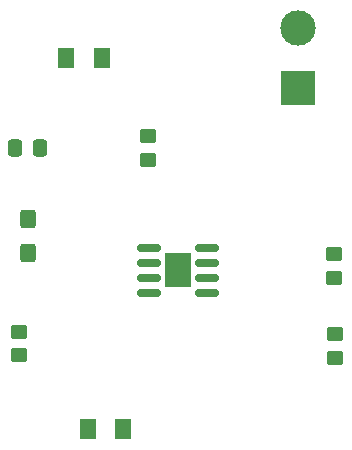
<source format=gbr>
%TF.GenerationSoftware,KiCad,Pcbnew,(6.0.10)*%
%TF.CreationDate,2023-02-16T14:40:30-08:00*%
%TF.ProjectId,Lab 4 555 timer,4c616220-3420-4353-9535-2074696d6572,rev?*%
%TF.SameCoordinates,Original*%
%TF.FileFunction,Soldermask,Top*%
%TF.FilePolarity,Negative*%
%FSLAX46Y46*%
G04 Gerber Fmt 4.6, Leading zero omitted, Abs format (unit mm)*
G04 Created by KiCad (PCBNEW (6.0.10)) date 2023-02-16 14:40:30*
%MOMM*%
%LPD*%
G01*
G04 APERTURE LIST*
G04 Aperture macros list*
%AMRoundRect*
0 Rectangle with rounded corners*
0 $1 Rounding radius*
0 $2 $3 $4 $5 $6 $7 $8 $9 X,Y pos of 4 corners*
0 Add a 4 corners polygon primitive as box body*
4,1,4,$2,$3,$4,$5,$6,$7,$8,$9,$2,$3,0*
0 Add four circle primitives for the rounded corners*
1,1,$1+$1,$2,$3*
1,1,$1+$1,$4,$5*
1,1,$1+$1,$6,$7*
1,1,$1+$1,$8,$9*
0 Add four rect primitives between the rounded corners*
20,1,$1+$1,$2,$3,$4,$5,0*
20,1,$1+$1,$4,$5,$6,$7,0*
20,1,$1+$1,$6,$7,$8,$9,0*
20,1,$1+$1,$8,$9,$2,$3,0*%
G04 Aperture macros list end*
%ADD10RoundRect,0.250001X-0.462499X-0.624999X0.462499X-0.624999X0.462499X0.624999X-0.462499X0.624999X0*%
%ADD11RoundRect,0.250000X-0.450000X0.350000X-0.450000X-0.350000X0.450000X-0.350000X0.450000X0.350000X0*%
%ADD12RoundRect,0.250000X0.450000X-0.350000X0.450000X0.350000X-0.450000X0.350000X-0.450000X-0.350000X0*%
%ADD13RoundRect,0.150000X-0.825000X-0.150000X0.825000X-0.150000X0.825000X0.150000X-0.825000X0.150000X0*%
%ADD14R,2.290000X3.000000*%
%ADD15RoundRect,0.250000X0.425000X-0.537500X0.425000X0.537500X-0.425000X0.537500X-0.425000X-0.537500X0*%
%ADD16R,3.000000X3.000000*%
%ADD17C,3.000000*%
%ADD18RoundRect,0.250000X0.337500X0.475000X-0.337500X0.475000X-0.337500X-0.475000X0.337500X-0.475000X0*%
G04 APERTURE END LIST*
D10*
%TO.C,D2*%
X135372500Y-63500000D03*
X138347500Y-63500000D03*
%TD*%
D11*
%TO.C,R1*%
X158040000Y-80130000D03*
X158040000Y-82130000D03*
%TD*%
D12*
%TO.C,R3*%
X131350000Y-88672936D03*
X131350000Y-86672936D03*
%TD*%
D13*
%TO.C,U1*%
X142335000Y-79595000D03*
X142335000Y-80865000D03*
X142335000Y-82135000D03*
X142335000Y-83405000D03*
X147285000Y-83405000D03*
X147285000Y-82135000D03*
X147285000Y-80865000D03*
X147285000Y-79595000D03*
D14*
X144810000Y-81500000D03*
%TD*%
D15*
%TO.C,C1*%
X132075000Y-80002500D03*
X132075000Y-77127500D03*
%TD*%
D10*
%TO.C,D1*%
X137225000Y-94917500D03*
X140200000Y-94917500D03*
%TD*%
D16*
%TO.C,J1*%
X154940000Y-66040000D03*
D17*
X154940000Y-60960000D03*
%TD*%
D18*
%TO.C,C2*%
X133117500Y-71120000D03*
X131042500Y-71120000D03*
%TD*%
D11*
%TO.C,R2*%
X158145000Y-86900000D03*
X158145000Y-88900000D03*
%TD*%
D12*
%TO.C,R4*%
X142240000Y-72120000D03*
X142240000Y-70120000D03*
%TD*%
M02*

</source>
